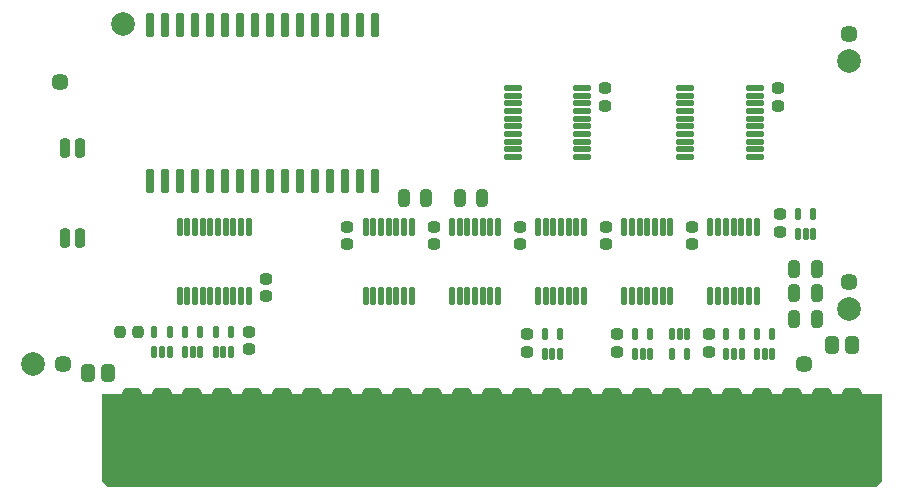
<source format=gts>
G04 #@! TF.GenerationSoftware,KiCad,Pcbnew,7.0.1-0*
G04 #@! TF.CreationDate,2023-10-30T17:31:41-04:00*
G04 #@! TF.ProjectId,RAM128,52414d31-3238-42e6-9b69-6361645f7063,1.1*
G04 #@! TF.SameCoordinates,Original*
G04 #@! TF.FileFunction,Soldermask,Top*
G04 #@! TF.FilePolarity,Negative*
%FSLAX46Y46*%
G04 Gerber Fmt 4.6, Leading zero omitted, Abs format (unit mm)*
G04 Created by KiCad (PCBNEW 7.0.1-0) date 2023-10-30 17:31:41*
%MOMM*%
%LPD*%
G01*
G04 APERTURE LIST*
G04 Aperture macros list*
%AMRoundRect*
0 Rectangle with rounded corners*
0 $1 Rounding radius*
0 $2 $3 $4 $5 $6 $7 $8 $9 X,Y pos of 4 corners*
0 Add a 4 corners polygon primitive as box body*
4,1,4,$2,$3,$4,$5,$6,$7,$8,$9,$2,$3,0*
0 Add four circle primitives for the rounded corners*
1,1,$1+$1,$2,$3*
1,1,$1+$1,$4,$5*
1,1,$1+$1,$6,$7*
1,1,$1+$1,$8,$9*
0 Add four rect primitives between the rounded corners*
20,1,$1+$1,$2,$3,$4,$5,0*
20,1,$1+$1,$4,$5,$6,$7,0*
20,1,$1+$1,$6,$7,$8,$9,0*
20,1,$1+$1,$8,$9,$2,$3,0*%
G04 Aperture macros list end*
%ADD10C,0.000000*%
%ADD11RoundRect,0.457200X0.381000X3.289000X-0.381000X3.289000X-0.381000X-3.289000X0.381000X-3.289000X0*%
%ADD12RoundRect,0.312500X0.262500X0.437500X-0.262500X0.437500X-0.262500X-0.437500X0.262500X-0.437500X0*%
%ADD13C,2.000000*%
%ADD14C,1.448000*%
%ADD15RoundRect,0.262500X-0.262500X0.212500X-0.262500X-0.212500X0.262500X-0.212500X0.262500X0.212500X0*%
%ADD16RoundRect,0.262500X0.212500X0.487500X-0.212500X0.487500X-0.212500X-0.487500X0.212500X-0.487500X0*%
%ADD17RoundRect,0.140000X-0.100000X0.400000X-0.100000X-0.400000X0.100000X-0.400000X0.100000X0.400000X0*%
%ADD18RoundRect,0.136500X-0.612500X-0.112500X0.612500X-0.112500X0.612500X0.112500X-0.612500X0.112500X0*%
%ADD19RoundRect,0.140000X0.100000X-0.400000X0.100000X0.400000X-0.100000X0.400000X-0.100000X-0.400000X0*%
%ADD20RoundRect,0.262500X0.212500X0.262500X-0.212500X0.262500X-0.212500X-0.262500X0.212500X-0.262500X0*%
%ADD21RoundRect,0.136500X0.112500X-0.612500X0.112500X0.612500X-0.112500X0.612500X-0.112500X-0.612500X0*%
%ADD22RoundRect,0.200000X-0.150000X0.802500X-0.150000X-0.802500X0.150000X-0.802500X0.150000X0.802500X0*%
%ADD23RoundRect,0.262500X-0.212500X-0.487500X0.212500X-0.487500X0.212500X0.487500X-0.212500X0.487500X0*%
%ADD24RoundRect,0.136500X-0.112500X0.612500X-0.112500X-0.612500X0.112500X-0.612500X0.112500X0.612500X0*%
%ADD25RoundRect,0.262500X0.262500X-0.212500X0.262500X0.212500X-0.262500X0.212500X-0.262500X-0.212500X0*%
%ADD26RoundRect,0.240000X0.190000X-0.572000X0.190000X0.572000X-0.190000X0.572000X-0.190000X-0.572000X0*%
G04 APERTURE END LIST*
D10*
G36*
X139700000Y-139446000D02*
G01*
X139192000Y-139954000D01*
X74168000Y-139954000D01*
X73660000Y-139446000D01*
X73660000Y-132080000D01*
X139700000Y-132080000D01*
X139700000Y-139446000D01*
G37*
D11*
X76200000Y-135282000D03*
X78740000Y-135282000D03*
X81280000Y-135282000D03*
X83820000Y-135282000D03*
X86360000Y-135282000D03*
X88900000Y-135282000D03*
X91440000Y-135282000D03*
X93980000Y-135282000D03*
X96520000Y-135282000D03*
X99060000Y-135282000D03*
X101600000Y-135282000D03*
X104140000Y-135282000D03*
X106680000Y-135282000D03*
X109220000Y-135282000D03*
X111760000Y-135282000D03*
X114300000Y-135282000D03*
X116840000Y-135282000D03*
X119380000Y-135282000D03*
X121920000Y-135282000D03*
X124460000Y-135282000D03*
X127000000Y-135282000D03*
X129540000Y-135282000D03*
X132080000Y-135282000D03*
X134620000Y-135282000D03*
X137160000Y-135282000D03*
D12*
X137160000Y-127889000D03*
X135460000Y-127889000D03*
D13*
X136906000Y-103886000D03*
D14*
X70358000Y-129540000D03*
X136906000Y-122555000D03*
D13*
X136906000Y-124841000D03*
D15*
X109600000Y-127000000D03*
X109600000Y-128500000D03*
D16*
X134150000Y-123500000D03*
X132250000Y-123500000D03*
D17*
X123200000Y-127000000D03*
X122550000Y-127000000D03*
X121900000Y-127000000D03*
X121900000Y-128700000D03*
X123200000Y-128700000D03*
D18*
X123000000Y-106150000D03*
X123000000Y-106800000D03*
X123000000Y-107450000D03*
X123000000Y-108100000D03*
X123000000Y-108750000D03*
X123000000Y-109400000D03*
X123000000Y-110050000D03*
X123000000Y-110700000D03*
X123000000Y-111350000D03*
X123000000Y-112000000D03*
X128900000Y-112000000D03*
X128900000Y-111350000D03*
X128900000Y-110700000D03*
X128900000Y-110050000D03*
X128900000Y-109400000D03*
X128900000Y-108750000D03*
X128900000Y-108100000D03*
X128900000Y-107450000D03*
X128900000Y-106800000D03*
X128900000Y-106150000D03*
D19*
X126500000Y-128700000D03*
X127150000Y-128700000D03*
X127800000Y-128700000D03*
X127800000Y-127000000D03*
X126500000Y-127000000D03*
X78050000Y-128500000D03*
X78700000Y-128500000D03*
X79350000Y-128500000D03*
X79350000Y-126800000D03*
X78050000Y-126800000D03*
D15*
X117250000Y-127000000D03*
X117250000Y-128500000D03*
D19*
X111100000Y-128700000D03*
X111750000Y-128700000D03*
X112400000Y-128700000D03*
X112400000Y-127000000D03*
X111100000Y-127000000D03*
X118750000Y-128700000D03*
X119400000Y-128700000D03*
X120050000Y-128700000D03*
X120050000Y-127000000D03*
X118750000Y-127000000D03*
D20*
X76650000Y-126800000D03*
X75150000Y-126800000D03*
D19*
X129100000Y-128700000D03*
X129750000Y-128700000D03*
X130400000Y-128700000D03*
X130400000Y-127000000D03*
X129100000Y-127000000D03*
D21*
X95950000Y-123800000D03*
X96600000Y-123800000D03*
X97250000Y-123800000D03*
X97900000Y-123800000D03*
X98550000Y-123800000D03*
X99200000Y-123800000D03*
X99850000Y-123800000D03*
X99850000Y-117900000D03*
X99200000Y-117900000D03*
X98550000Y-117900000D03*
X97900000Y-117900000D03*
X97250000Y-117900000D03*
X96600000Y-117900000D03*
X95950000Y-117900000D03*
X125150000Y-123800000D03*
X125800000Y-123800000D03*
X126450000Y-123800000D03*
X127100000Y-123800000D03*
X127750000Y-123800000D03*
X128400000Y-123800000D03*
X129050000Y-123800000D03*
X129050000Y-117900000D03*
X128400000Y-117900000D03*
X127750000Y-117900000D03*
X127100000Y-117900000D03*
X126450000Y-117900000D03*
X125800000Y-117900000D03*
X125150000Y-117900000D03*
D15*
X116300000Y-117900000D03*
X116300000Y-119400000D03*
D21*
X117850000Y-123800000D03*
X118500000Y-123800000D03*
X119150000Y-123800000D03*
X119800000Y-123800000D03*
X120450000Y-123800000D03*
X121100000Y-123800000D03*
X121750000Y-123800000D03*
X121750000Y-117900000D03*
X121100000Y-117900000D03*
X120450000Y-117900000D03*
X119800000Y-117900000D03*
X119150000Y-117900000D03*
X118500000Y-117900000D03*
X117850000Y-117900000D03*
D15*
X94400000Y-117900000D03*
X94400000Y-119400000D03*
D21*
X110550000Y-123800000D03*
X111200000Y-123800000D03*
X111850000Y-123800000D03*
X112500000Y-123800000D03*
X113150000Y-123800000D03*
X113800000Y-123800000D03*
X114450000Y-123800000D03*
X114450000Y-117900000D03*
X113800000Y-117900000D03*
X113150000Y-117900000D03*
X112500000Y-117900000D03*
X111850000Y-117900000D03*
X111200000Y-117900000D03*
X110550000Y-117900000D03*
D15*
X101700000Y-117900000D03*
X101700000Y-119400000D03*
D21*
X103250000Y-123800000D03*
X103900000Y-123800000D03*
X104550000Y-123800000D03*
X105200000Y-123800000D03*
X105850000Y-123800000D03*
X106500000Y-123800000D03*
X107150000Y-123800000D03*
X107150000Y-117900000D03*
X106500000Y-117900000D03*
X105850000Y-117900000D03*
X105200000Y-117900000D03*
X104550000Y-117900000D03*
X103900000Y-117900000D03*
X103250000Y-117900000D03*
D15*
X123600000Y-117900000D03*
X123600000Y-119400000D03*
X109000000Y-117900000D03*
X109000000Y-119400000D03*
X125000000Y-127000000D03*
X125000000Y-128500000D03*
D22*
X96774000Y-100838000D03*
X95504000Y-100838000D03*
X94234000Y-100838000D03*
X92964000Y-100838000D03*
X91694000Y-100838000D03*
X90424000Y-100838000D03*
X89154000Y-100838000D03*
X87884000Y-100838000D03*
X86614000Y-100838000D03*
X85344000Y-100838000D03*
X84074000Y-100838000D03*
X82804000Y-100838000D03*
X81534000Y-100838000D03*
X80264000Y-100838000D03*
X78994000Y-100838000D03*
X77724000Y-100838000D03*
X77724000Y-114046000D03*
X78994000Y-114046000D03*
X80264000Y-114046000D03*
X81534000Y-114046000D03*
X82804000Y-114046000D03*
X84074000Y-114046000D03*
X85344000Y-114046000D03*
X86614000Y-114046000D03*
X87884000Y-114046000D03*
X89154000Y-114046000D03*
X90424000Y-114046000D03*
X91694000Y-114046000D03*
X92964000Y-114046000D03*
X94234000Y-114046000D03*
X95504000Y-114046000D03*
X96774000Y-114046000D03*
D23*
X99200000Y-115450000D03*
X101100000Y-115450000D03*
D18*
X108400000Y-106150000D03*
X108400000Y-106800000D03*
X108400000Y-107450000D03*
X108400000Y-108100000D03*
X108400000Y-108750000D03*
X108400000Y-109400000D03*
X108400000Y-110050000D03*
X108400000Y-110700000D03*
X108400000Y-111350000D03*
X108400000Y-112000000D03*
X114300000Y-112000000D03*
X114300000Y-111350000D03*
X114300000Y-110700000D03*
X114300000Y-110050000D03*
X114300000Y-109400000D03*
X114300000Y-108750000D03*
X114300000Y-108100000D03*
X114300000Y-107450000D03*
X114300000Y-106800000D03*
X114300000Y-106150000D03*
D15*
X116250000Y-106150000D03*
X116250000Y-107650000D03*
X130850000Y-106150000D03*
X130850000Y-107650000D03*
D13*
X67818000Y-129540000D03*
X75438000Y-100711000D03*
D24*
X86050000Y-117900000D03*
X85400000Y-117900000D03*
X84750000Y-117900000D03*
X84100000Y-117900000D03*
X83450000Y-117900000D03*
X82800000Y-117900000D03*
X82150000Y-117900000D03*
X81500000Y-117900000D03*
X80850000Y-117900000D03*
X80200000Y-117900000D03*
X80200000Y-123800000D03*
X80850000Y-123800000D03*
X81500000Y-123800000D03*
X82150000Y-123800000D03*
X82800000Y-123800000D03*
X83450000Y-123800000D03*
X84100000Y-123800000D03*
X84750000Y-123800000D03*
X85400000Y-123800000D03*
X86050000Y-123800000D03*
D12*
X74150000Y-130300000D03*
X72450000Y-130300000D03*
D19*
X80650000Y-128500000D03*
X81300000Y-128500000D03*
X81950000Y-128500000D03*
X81950000Y-126800000D03*
X80650000Y-126800000D03*
X83250000Y-128500000D03*
X83900000Y-128500000D03*
X84550000Y-128500000D03*
X84550000Y-126800000D03*
X83250000Y-126800000D03*
D15*
X86050000Y-126800000D03*
X86050000Y-128300000D03*
D25*
X87500000Y-123800000D03*
X87500000Y-122300000D03*
D14*
X133096000Y-129540000D03*
D19*
X132550000Y-118550000D03*
X133200000Y-118550000D03*
X133850000Y-118550000D03*
X133850000Y-116850000D03*
X132550000Y-116850000D03*
D15*
X131050000Y-116850000D03*
X131050000Y-118350000D03*
D16*
X134150000Y-125700000D03*
X132250000Y-125700000D03*
X105800000Y-115450000D03*
X103900000Y-115450000D03*
D14*
X136906000Y-101600000D03*
D23*
X132250000Y-121500000D03*
X134150000Y-121500000D03*
D14*
X70104000Y-105664000D03*
D26*
X70485000Y-118872000D03*
X71755000Y-118872000D03*
X71755000Y-111252000D03*
X70485000Y-111252000D03*
M02*

</source>
